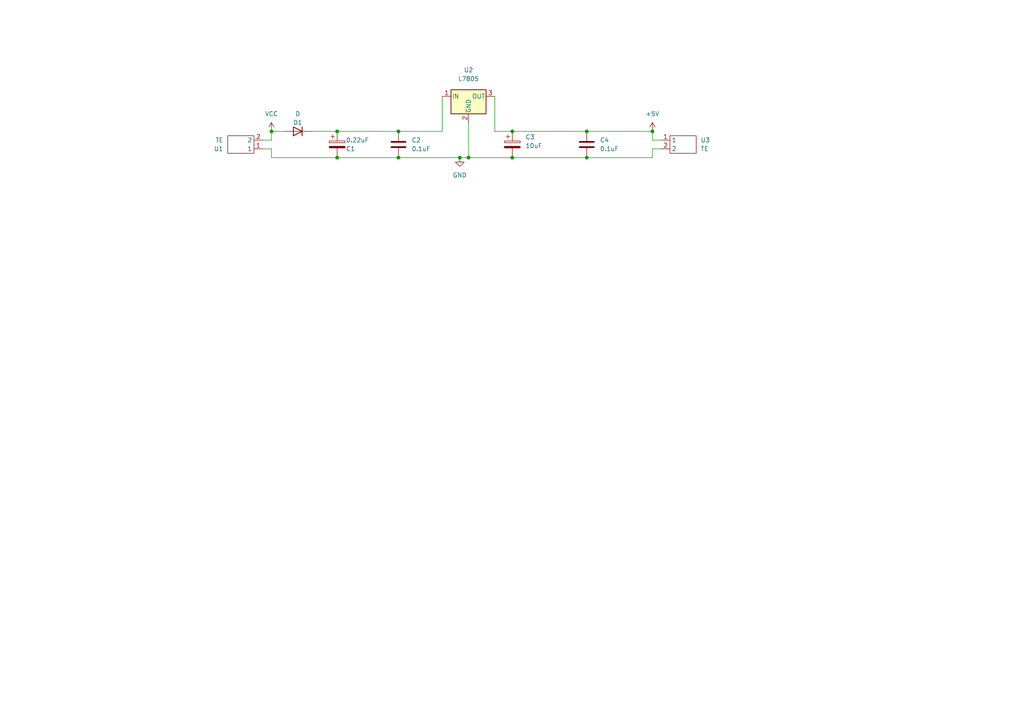
<source format=kicad_sch>
(kicad_sch (version 20211123) (generator eeschema)

  (uuid dc024e49-373c-48f3-aaa5-a01f0e2d52b3)

  (paper "A4")

  (lib_symbols
    (symbol "Device:C" (pin_numbers hide) (pin_names (offset 0.254)) (in_bom yes) (on_board yes)
      (property "Reference" "C" (id 0) (at 0.635 2.54 0)
        (effects (font (size 1.27 1.27)) (justify left))
      )
      (property "Value" "C" (id 1) (at 0.635 -2.54 0)
        (effects (font (size 1.27 1.27)) (justify left))
      )
      (property "Footprint" "" (id 2) (at 0.9652 -3.81 0)
        (effects (font (size 1.27 1.27)) hide)
      )
      (property "Datasheet" "~" (id 3) (at 0 0 0)
        (effects (font (size 1.27 1.27)) hide)
      )
      (property "ki_keywords" "cap capacitor" (id 4) (at 0 0 0)
        (effects (font (size 1.27 1.27)) hide)
      )
      (property "ki_description" "Unpolarized capacitor" (id 5) (at 0 0 0)
        (effects (font (size 1.27 1.27)) hide)
      )
      (property "ki_fp_filters" "C_*" (id 6) (at 0 0 0)
        (effects (font (size 1.27 1.27)) hide)
      )
      (symbol "C_0_1"
        (polyline
          (pts
            (xy -2.032 -0.762)
            (xy 2.032 -0.762)
          )
          (stroke (width 0.508) (type default) (color 0 0 0 0))
          (fill (type none))
        )
        (polyline
          (pts
            (xy -2.032 0.762)
            (xy 2.032 0.762)
          )
          (stroke (width 0.508) (type default) (color 0 0 0 0))
          (fill (type none))
        )
      )
      (symbol "C_1_1"
        (pin passive line (at 0 3.81 270) (length 2.794)
          (name "~" (effects (font (size 1.27 1.27))))
          (number "1" (effects (font (size 1.27 1.27))))
        )
        (pin passive line (at 0 -3.81 90) (length 2.794)
          (name "~" (effects (font (size 1.27 1.27))))
          (number "2" (effects (font (size 1.27 1.27))))
        )
      )
    )
    (symbol "Device:C_Polarized" (pin_numbers hide) (pin_names (offset 0.254)) (in_bom yes) (on_board yes)
      (property "Reference" "C" (id 0) (at 0.635 2.54 0)
        (effects (font (size 1.27 1.27)) (justify left))
      )
      (property "Value" "C_Polarized" (id 1) (at 0.635 -2.54 0)
        (effects (font (size 1.27 1.27)) (justify left))
      )
      (property "Footprint" "" (id 2) (at 0.9652 -3.81 0)
        (effects (font (size 1.27 1.27)) hide)
      )
      (property "Datasheet" "~" (id 3) (at 0 0 0)
        (effects (font (size 1.27 1.27)) hide)
      )
      (property "ki_keywords" "cap capacitor" (id 4) (at 0 0 0)
        (effects (font (size 1.27 1.27)) hide)
      )
      (property "ki_description" "Polarized capacitor" (id 5) (at 0 0 0)
        (effects (font (size 1.27 1.27)) hide)
      )
      (property "ki_fp_filters" "CP_*" (id 6) (at 0 0 0)
        (effects (font (size 1.27 1.27)) hide)
      )
      (symbol "C_Polarized_0_1"
        (rectangle (start -2.286 0.508) (end 2.286 1.016)
          (stroke (width 0) (type default) (color 0 0 0 0))
          (fill (type none))
        )
        (polyline
          (pts
            (xy -1.778 2.286)
            (xy -0.762 2.286)
          )
          (stroke (width 0) (type default) (color 0 0 0 0))
          (fill (type none))
        )
        (polyline
          (pts
            (xy -1.27 2.794)
            (xy -1.27 1.778)
          )
          (stroke (width 0) (type default) (color 0 0 0 0))
          (fill (type none))
        )
        (rectangle (start 2.286 -0.508) (end -2.286 -1.016)
          (stroke (width 0) (type default) (color 0 0 0 0))
          (fill (type outline))
        )
      )
      (symbol "C_Polarized_1_1"
        (pin passive line (at 0 3.81 270) (length 2.794)
          (name "~" (effects (font (size 1.27 1.27))))
          (number "1" (effects (font (size 1.27 1.27))))
        )
        (pin passive line (at 0 -3.81 90) (length 2.794)
          (name "~" (effects (font (size 1.27 1.27))))
          (number "2" (effects (font (size 1.27 1.27))))
        )
      )
    )
    (symbol "Device:D" (pin_numbers hide) (pin_names (offset 1.016) hide) (in_bom yes) (on_board yes)
      (property "Reference" "D" (id 0) (at 0 2.54 0)
        (effects (font (size 1.27 1.27)))
      )
      (property "Value" "D" (id 1) (at 0 -2.54 0)
        (effects (font (size 1.27 1.27)))
      )
      (property "Footprint" "" (id 2) (at 0 0 0)
        (effects (font (size 1.27 1.27)) hide)
      )
      (property "Datasheet" "~" (id 3) (at 0 0 0)
        (effects (font (size 1.27 1.27)) hide)
      )
      (property "ki_keywords" "diode" (id 4) (at 0 0 0)
        (effects (font (size 1.27 1.27)) hide)
      )
      (property "ki_description" "Diode" (id 5) (at 0 0 0)
        (effects (font (size 1.27 1.27)) hide)
      )
      (property "ki_fp_filters" "TO-???* *_Diode_* *SingleDiode* D_*" (id 6) (at 0 0 0)
        (effects (font (size 1.27 1.27)) hide)
      )
      (symbol "D_0_1"
        (polyline
          (pts
            (xy -1.27 1.27)
            (xy -1.27 -1.27)
          )
          (stroke (width 0.254) (type default) (color 0 0 0 0))
          (fill (type none))
        )
        (polyline
          (pts
            (xy 1.27 0)
            (xy -1.27 0)
          )
          (stroke (width 0) (type default) (color 0 0 0 0))
          (fill (type none))
        )
        (polyline
          (pts
            (xy 1.27 1.27)
            (xy 1.27 -1.27)
            (xy -1.27 0)
            (xy 1.27 1.27)
          )
          (stroke (width 0.254) (type default) (color 0 0 0 0))
          (fill (type none))
        )
      )
      (symbol "D_1_1"
        (pin passive line (at -3.81 0 0) (length 2.54)
          (name "K" (effects (font (size 1.27 1.27))))
          (number "1" (effects (font (size 1.27 1.27))))
        )
        (pin passive line (at 3.81 0 180) (length 2.54)
          (name "A" (effects (font (size 1.27 1.27))))
          (number "2" (effects (font (size 1.27 1.27))))
        )
      )
    )
    (symbol "Regulator_Linear:L7805" (pin_names (offset 0.254)) (in_bom yes) (on_board yes)
      (property "Reference" "U" (id 0) (at -3.81 3.175 0)
        (effects (font (size 1.27 1.27)))
      )
      (property "Value" "L7805" (id 1) (at 0 3.175 0)
        (effects (font (size 1.27 1.27)) (justify left))
      )
      (property "Footprint" "" (id 2) (at 0.635 -3.81 0)
        (effects (font (size 1.27 1.27) italic) (justify left) hide)
      )
      (property "Datasheet" "http://www.st.com/content/ccc/resource/technical/document/datasheet/41/4f/b3/b0/12/d4/47/88/CD00000444.pdf/files/CD00000444.pdf/jcr:content/translations/en.CD00000444.pdf" (id 3) (at 0 -1.27 0)
        (effects (font (size 1.27 1.27)) hide)
      )
      (property "ki_keywords" "Voltage Regulator 1.5A Positive" (id 4) (at 0 0 0)
        (effects (font (size 1.27 1.27)) hide)
      )
      (property "ki_description" "Positive 1.5A 35V Linear Regulator, Fixed Output 5V, TO-220/TO-263/TO-252" (id 5) (at 0 0 0)
        (effects (font (size 1.27 1.27)) hide)
      )
      (property "ki_fp_filters" "TO?252* TO?263* TO?220*" (id 6) (at 0 0 0)
        (effects (font (size 1.27 1.27)) hide)
      )
      (symbol "L7805_0_1"
        (rectangle (start -5.08 1.905) (end 5.08 -5.08)
          (stroke (width 0.254) (type default) (color 0 0 0 0))
          (fill (type background))
        )
      )
      (symbol "L7805_1_1"
        (pin power_in line (at -7.62 0 0) (length 2.54)
          (name "IN" (effects (font (size 1.27 1.27))))
          (number "1" (effects (font (size 1.27 1.27))))
        )
        (pin power_in line (at 0 -7.62 90) (length 2.54)
          (name "GND" (effects (font (size 1.27 1.27))))
          (number "2" (effects (font (size 1.27 1.27))))
        )
        (pin power_out line (at 7.62 0 180) (length 2.54)
          (name "OUT" (effects (font (size 1.27 1.27))))
          (number "3" (effects (font (size 1.27 1.27))))
        )
      )
    )
    (symbol "power:+5V" (power) (pin_names (offset 0)) (in_bom yes) (on_board yes)
      (property "Reference" "#PWR" (id 0) (at 0 -3.81 0)
        (effects (font (size 1.27 1.27)) hide)
      )
      (property "Value" "+5V" (id 1) (at 0 3.556 0)
        (effects (font (size 1.27 1.27)))
      )
      (property "Footprint" "" (id 2) (at 0 0 0)
        (effects (font (size 1.27 1.27)) hide)
      )
      (property "Datasheet" "" (id 3) (at 0 0 0)
        (effects (font (size 1.27 1.27)) hide)
      )
      (property "ki_keywords" "global power" (id 4) (at 0 0 0)
        (effects (font (size 1.27 1.27)) hide)
      )
      (property "ki_description" "Power symbol creates a global label with name \"+5V\"" (id 5) (at 0 0 0)
        (effects (font (size 1.27 1.27)) hide)
      )
      (symbol "+5V_0_1"
        (polyline
          (pts
            (xy -0.762 1.27)
            (xy 0 2.54)
          )
          (stroke (width 0) (type default) (color 0 0 0 0))
          (fill (type none))
        )
        (polyline
          (pts
            (xy 0 0)
            (xy 0 2.54)
          )
          (stroke (width 0) (type default) (color 0 0 0 0))
          (fill (type none))
        )
        (polyline
          (pts
            (xy 0 2.54)
            (xy 0.762 1.27)
          )
          (stroke (width 0) (type default) (color 0 0 0 0))
          (fill (type none))
        )
      )
      (symbol "+5V_1_1"
        (pin power_in line (at 0 0 90) (length 0) hide
          (name "+5V" (effects (font (size 1.27 1.27))))
          (number "1" (effects (font (size 1.27 1.27))))
        )
      )
    )
    (symbol "power:GND" (power) (pin_names (offset 0)) (in_bom yes) (on_board yes)
      (property "Reference" "#PWR" (id 0) (at 0 -6.35 0)
        (effects (font (size 1.27 1.27)) hide)
      )
      (property "Value" "GND" (id 1) (at 0 -3.81 0)
        (effects (font (size 1.27 1.27)))
      )
      (property "Footprint" "" (id 2) (at 0 0 0)
        (effects (font (size 1.27 1.27)) hide)
      )
      (property "Datasheet" "" (id 3) (at 0 0 0)
        (effects (font (size 1.27 1.27)) hide)
      )
      (property "ki_keywords" "global power" (id 4) (at 0 0 0)
        (effects (font (size 1.27 1.27)) hide)
      )
      (property "ki_description" "Power symbol creates a global label with name \"GND\" , ground" (id 5) (at 0 0 0)
        (effects (font (size 1.27 1.27)) hide)
      )
      (symbol "GND_0_1"
        (polyline
          (pts
            (xy 0 0)
            (xy 0 -1.27)
            (xy 1.27 -1.27)
            (xy 0 -2.54)
            (xy -1.27 -1.27)
            (xy 0 -1.27)
          )
          (stroke (width 0) (type default) (color 0 0 0 0))
          (fill (type none))
        )
      )
      (symbol "GND_1_1"
        (pin power_in line (at 0 0 270) (length 0) hide
          (name "GND" (effects (font (size 1.27 1.27))))
          (number "1" (effects (font (size 1.27 1.27))))
        )
      )
    )
    (symbol "power:VCC" (power) (pin_names (offset 0)) (in_bom yes) (on_board yes)
      (property "Reference" "#PWR" (id 0) (at 0 -3.81 0)
        (effects (font (size 1.27 1.27)) hide)
      )
      (property "Value" "VCC" (id 1) (at 0 3.81 0)
        (effects (font (size 1.27 1.27)))
      )
      (property "Footprint" "" (id 2) (at 0 0 0)
        (effects (font (size 1.27 1.27)) hide)
      )
      (property "Datasheet" "" (id 3) (at 0 0 0)
        (effects (font (size 1.27 1.27)) hide)
      )
      (property "ki_keywords" "global power" (id 4) (at 0 0 0)
        (effects (font (size 1.27 1.27)) hide)
      )
      (property "ki_description" "Power symbol creates a global label with name \"VCC\"" (id 5) (at 0 0 0)
        (effects (font (size 1.27 1.27)) hide)
      )
      (symbol "VCC_0_1"
        (polyline
          (pts
            (xy -0.762 1.27)
            (xy 0 2.54)
          )
          (stroke (width 0) (type default) (color 0 0 0 0))
          (fill (type none))
        )
        (polyline
          (pts
            (xy 0 0)
            (xy 0 2.54)
          )
          (stroke (width 0) (type default) (color 0 0 0 0))
          (fill (type none))
        )
        (polyline
          (pts
            (xy 0 2.54)
            (xy 0.762 1.27)
          )
          (stroke (width 0) (type default) (color 0 0 0 0))
          (fill (type none))
        )
      )
      (symbol "VCC_1_1"
        (pin power_in line (at 0 0 90) (length 0) hide
          (name "VCC" (effects (font (size 1.27 1.27))))
          (number "1" (effects (font (size 1.27 1.27))))
        )
      )
    )
    (symbol "terminal_Block:TE" (in_bom yes) (on_board yes)
      (property "Reference" "U" (id 0) (at 0 3.81 0)
        (effects (font (size 1.27 1.27)))
      )
      (property "Value" "TE" (id 1) (at 0 -3.81 0)
        (effects (font (size 1.27 1.27)))
      )
      (property "Footprint" "" (id 2) (at 0 3.81 0)
        (effects (font (size 1.27 1.27)) hide)
      )
      (property "Datasheet" "" (id 3) (at 0 3.81 0)
        (effects (font (size 1.27 1.27)) hide)
      )
      (symbol "TE_0_1"
        (rectangle (start -3.81 2.54) (end 3.81 -2.54)
          (stroke (width 0) (type default) (color 0 0 0 0))
          (fill (type none))
        )
      )
      (symbol "TE_1_1"
        (pin bidirectional line (at -6.35 1.27 0) (length 2.54)
          (name "1" (effects (font (size 1.27 1.27))))
          (number "1" (effects (font (size 1.27 1.27))))
        )
        (pin bidirectional line (at -6.35 -1.27 0) (length 2.54)
          (name "2" (effects (font (size 1.27 1.27))))
          (number "2" (effects (font (size 1.27 1.27))))
        )
      )
    )
  )


  (junction (at 148.59 45.72) (diameter 0) (color 0 0 0 0)
    (uuid 037cea64-a0ff-4e8b-80bd-9aec72448a62)
  )
  (junction (at 189.23 38.1) (diameter 0) (color 0 0 0 0)
    (uuid 1e1f408c-7ec7-4d36-95ac-625830a13f95)
  )
  (junction (at 170.18 38.1) (diameter 0) (color 0 0 0 0)
    (uuid 42584528-eda0-4e8a-8fbe-acee6e4f9f86)
  )
  (junction (at 115.57 45.72) (diameter 0) (color 0 0 0 0)
    (uuid 590073bc-125b-4e33-bbee-2bd4e35cb771)
  )
  (junction (at 115.57 38.1) (diameter 0) (color 0 0 0 0)
    (uuid 5fb5d6d5-2074-427d-8476-55bb8df04093)
  )
  (junction (at 148.59 38.1) (diameter 0) (color 0 0 0 0)
    (uuid 685cbc92-84ad-4f5c-9bfd-b20429266f18)
  )
  (junction (at 135.89 45.72) (diameter 0) (color 0 0 0 0)
    (uuid 8be441b8-157f-4f87-9e21-6e3608c16376)
  )
  (junction (at 78.74 38.1) (diameter 0) (color 0 0 0 0)
    (uuid ae9dc8c7-ef4e-4ffd-99d6-5a1c1be28057)
  )
  (junction (at 170.18 45.72) (diameter 0) (color 0 0 0 0)
    (uuid c3743424-7d43-4d65-acf4-90ceeddc86d1)
  )
  (junction (at 97.79 38.1) (diameter 0) (color 0 0 0 0)
    (uuid c3f430a3-db5f-4417-9fa1-db2b57a88547)
  )
  (junction (at 97.79 45.72) (diameter 0) (color 0 0 0 0)
    (uuid cdee18a8-0824-4ead-8f0f-d56f03664211)
  )
  (junction (at 133.35 45.72) (diameter 0) (color 0 0 0 0)
    (uuid f99db758-8031-40d1-91da-ec704368397e)
  )

  (wire (pts (xy 115.57 38.1) (xy 128.27 38.1))
    (stroke (width 0) (type default) (color 0 0 0 0))
    (uuid 04523125-066f-4d03-a35f-0e5a4cdc877f)
  )
  (wire (pts (xy 76.2 40.64) (xy 78.74 40.64))
    (stroke (width 0) (type default) (color 0 0 0 0))
    (uuid 048bb499-9130-44d7-abda-02e417d624e6)
  )
  (wire (pts (xy 97.79 38.1) (xy 90.17 38.1))
    (stroke (width 0) (type default) (color 0 0 0 0))
    (uuid 18ed686b-82cc-4881-a00f-98b8f7d16421)
  )
  (wire (pts (xy 189.23 43.18) (xy 191.77 43.18))
    (stroke (width 0) (type default) (color 0 0 0 0))
    (uuid 2678f3d0-9157-4ceb-bec8-c868416c8fff)
  )
  (wire (pts (xy 78.74 40.64) (xy 78.74 38.1))
    (stroke (width 0) (type default) (color 0 0 0 0))
    (uuid 27cb184d-91b0-4bbe-888d-ba2cab48be2a)
  )
  (wire (pts (xy 135.89 35.56) (xy 135.89 45.72))
    (stroke (width 0) (type default) (color 0 0 0 0))
    (uuid 418a03dc-67f9-4980-bbb9-d3533709e745)
  )
  (wire (pts (xy 148.59 45.72) (xy 170.18 45.72))
    (stroke (width 0) (type default) (color 0 0 0 0))
    (uuid 49ff3d2b-0f9e-4fa9-9442-158cc0fcd84a)
  )
  (wire (pts (xy 76.2 43.18) (xy 78.74 43.18))
    (stroke (width 0) (type default) (color 0 0 0 0))
    (uuid 4ca53bde-33d0-409d-868b-98f24073b44c)
  )
  (wire (pts (xy 189.23 38.1) (xy 189.23 40.64))
    (stroke (width 0) (type default) (color 0 0 0 0))
    (uuid 4ea492af-cfed-47e9-ab4d-a2837179a0e5)
  )
  (wire (pts (xy 78.74 45.72) (xy 97.79 45.72))
    (stroke (width 0) (type default) (color 0 0 0 0))
    (uuid 54214c1b-3a05-4016-a0f0-06107c2c86ff)
  )
  (wire (pts (xy 189.23 40.64) (xy 191.77 40.64))
    (stroke (width 0) (type default) (color 0 0 0 0))
    (uuid 5d96e00d-ab12-4052-ad52-f0bf04cc266a)
  )
  (wire (pts (xy 97.79 38.1) (xy 115.57 38.1))
    (stroke (width 0) (type default) (color 0 0 0 0))
    (uuid 838bd1cc-f492-4817-bd16-adcb4c572045)
  )
  (wire (pts (xy 170.18 38.1) (xy 189.23 38.1))
    (stroke (width 0) (type default) (color 0 0 0 0))
    (uuid 84b0bce9-929e-4abf-8b62-b059d2bde38c)
  )
  (wire (pts (xy 143.51 38.1) (xy 148.59 38.1))
    (stroke (width 0) (type default) (color 0 0 0 0))
    (uuid 8e2f0aa6-33e8-4c0e-844c-a72b1edd6758)
  )
  (wire (pts (xy 78.74 38.1) (xy 82.55 38.1))
    (stroke (width 0) (type default) (color 0 0 0 0))
    (uuid 920101dd-01c5-4f37-8648-eeb9b28bcf55)
  )
  (wire (pts (xy 135.89 45.72) (xy 148.59 45.72))
    (stroke (width 0) (type default) (color 0 0 0 0))
    (uuid 954b8981-6c1f-40f6-8cf9-20353cb8f738)
  )
  (wire (pts (xy 143.51 27.94) (xy 143.51 38.1))
    (stroke (width 0) (type default) (color 0 0 0 0))
    (uuid 99cbec80-169e-4089-868e-cd9b3aa23bba)
  )
  (wire (pts (xy 115.57 45.72) (xy 133.35 45.72))
    (stroke (width 0) (type default) (color 0 0 0 0))
    (uuid a9baa128-f508-46d7-b88a-d520b0592c69)
  )
  (wire (pts (xy 189.23 45.72) (xy 189.23 43.18))
    (stroke (width 0) (type default) (color 0 0 0 0))
    (uuid b54c771a-b331-4f8a-9071-317e7822a36f)
  )
  (wire (pts (xy 148.59 38.1) (xy 170.18 38.1))
    (stroke (width 0) (type default) (color 0 0 0 0))
    (uuid b724efee-8122-400f-9461-4e3cbae72d9b)
  )
  (wire (pts (xy 97.79 45.72) (xy 115.57 45.72))
    (stroke (width 0) (type default) (color 0 0 0 0))
    (uuid b8aeb4be-8d57-494d-ae10-0298c02f2da3)
  )
  (wire (pts (xy 78.74 43.18) (xy 78.74 45.72))
    (stroke (width 0) (type default) (color 0 0 0 0))
    (uuid ba40b357-59fd-498b-8a24-b1ec25d0d068)
  )
  (wire (pts (xy 170.18 45.72) (xy 189.23 45.72))
    (stroke (width 0) (type default) (color 0 0 0 0))
    (uuid ced3db37-9f14-45f0-992d-43dfde6d2e39)
  )
  (wire (pts (xy 133.35 45.72) (xy 135.89 45.72))
    (stroke (width 0) (type default) (color 0 0 0 0))
    (uuid e8ac32d2-7d73-4604-bdb7-24feafefb802)
  )
  (wire (pts (xy 128.27 27.94) (xy 128.27 38.1))
    (stroke (width 0) (type default) (color 0 0 0 0))
    (uuid ecf1f6fe-dcea-4a23-bf42-d122be5fd952)
  )

  (symbol (lib_id "Device:C") (at 170.18 41.91 0) (unit 1)
    (in_bom yes) (on_board yes) (fields_autoplaced)
    (uuid 129b9be8-17d7-4c4e-8bb5-3e5bd1ec8ad6)
    (property "Reference" "C4" (id 0) (at 173.99 40.6399 0)
      (effects (font (size 1.27 1.27)) (justify left))
    )
    (property "Value" "0.1uF" (id 1) (at 173.99 43.1799 0)
      (effects (font (size 1.27 1.27)) (justify left))
    )
    (property "Footprint" "" (id 2) (at 171.1452 45.72 0)
      (effects (font (size 1.27 1.27)) hide)
    )
    (property "Datasheet" "~" (id 3) (at 170.18 41.91 0)
      (effects (font (size 1.27 1.27)) hide)
    )
    (pin "1" (uuid 13fa3dd2-0ac0-4e66-92e1-75e3c278e432))
    (pin "2" (uuid 40654926-7d2f-4f7e-af9d-98f2b65e97a2))
  )

  (symbol (lib_id "power:VCC") (at 78.74 38.1 0) (unit 1)
    (in_bom yes) (on_board yes) (fields_autoplaced)
    (uuid 15958caf-1a1f-4c83-9f7d-4c33829efaf9)
    (property "Reference" "#PWR01" (id 0) (at 78.74 41.91 0)
      (effects (font (size 1.27 1.27)) hide)
    )
    (property "Value" "VCC" (id 1) (at 78.74 33.02 0))
    (property "Footprint" "" (id 2) (at 78.74 38.1 0)
      (effects (font (size 1.27 1.27)) hide)
    )
    (property "Datasheet" "" (id 3) (at 78.74 38.1 0)
      (effects (font (size 1.27 1.27)) hide)
    )
    (pin "1" (uuid 1fcc0f2a-d832-4ff0-9623-c0b16ea1960f))
  )

  (symbol (lib_id "power:GND") (at 133.35 45.72 0) (unit 1)
    (in_bom yes) (on_board yes) (fields_autoplaced)
    (uuid 2e36397e-45ee-440c-9b0f-74435d5ec276)
    (property "Reference" "#PWR02" (id 0) (at 133.35 52.07 0)
      (effects (font (size 1.27 1.27)) hide)
    )
    (property "Value" "GND" (id 1) (at 133.35 50.8 0))
    (property "Footprint" "" (id 2) (at 133.35 45.72 0)
      (effects (font (size 1.27 1.27)) hide)
    )
    (property "Datasheet" "" (id 3) (at 133.35 45.72 0)
      (effects (font (size 1.27 1.27)) hide)
    )
    (pin "1" (uuid 936abda2-17db-49da-859d-b28dad52507c))
  )

  (symbol (lib_id "power:+5V") (at 189.23 38.1 0) (unit 1)
    (in_bom yes) (on_board yes) (fields_autoplaced)
    (uuid 589c6cec-cbde-4b55-aa6e-06cb9a01cfed)
    (property "Reference" "#PWR03" (id 0) (at 189.23 41.91 0)
      (effects (font (size 1.27 1.27)) hide)
    )
    (property "Value" "+5V" (id 1) (at 189.23 33.02 0))
    (property "Footprint" "" (id 2) (at 189.23 38.1 0)
      (effects (font (size 1.27 1.27)) hide)
    )
    (property "Datasheet" "" (id 3) (at 189.23 38.1 0)
      (effects (font (size 1.27 1.27)) hide)
    )
    (pin "1" (uuid d93f795e-11cc-47e3-a01a-f7107d1ddd5b))
  )

  (symbol (lib_id "terminal_Block:TE") (at 198.12 41.91 0) (unit 1)
    (in_bom yes) (on_board yes) (fields_autoplaced)
    (uuid 72750a86-bd5d-4723-b940-ceeff442205a)
    (property "Reference" "U3" (id 0) (at 203.2 40.6399 0)
      (effects (font (size 1.27 1.27)) (justify left))
    )
    (property "Value" "TE" (id 1) (at 203.2 43.1799 0)
      (effects (font (size 1.27 1.27)) (justify left))
    )
    (property "Footprint" "" (id 2) (at 198.12 38.1 0)
      (effects (font (size 1.27 1.27)) hide)
    )
    (property "Datasheet" "" (id 3) (at 198.12 38.1 0)
      (effects (font (size 1.27 1.27)) hide)
    )
    (pin "1" (uuid 61a0b24c-5186-46c8-89cf-81867712116e))
    (pin "2" (uuid 14189334-b137-4176-a03b-46e9d4964121))
  )

  (symbol (lib_id "Regulator_Linear:L7805") (at 135.89 27.94 0) (unit 1)
    (in_bom yes) (on_board yes) (fields_autoplaced)
    (uuid 7793170b-bb5c-43b7-8bb3-5992b4f17559)
    (property "Reference" "U2" (id 0) (at 135.89 20.32 0))
    (property "Value" "L7805" (id 1) (at 135.89 22.86 0))
    (property "Footprint" "" (id 2) (at 136.525 31.75 0)
      (effects (font (size 1.27 1.27) italic) (justify left) hide)
    )
    (property "Datasheet" "http://www.st.com/content/ccc/resource/technical/document/datasheet/41/4f/b3/b0/12/d4/47/88/CD00000444.pdf/files/CD00000444.pdf/jcr:content/translations/en.CD00000444.pdf" (id 3) (at 135.89 29.21 0)
      (effects (font (size 1.27 1.27)) hide)
    )
    (pin "1" (uuid 3da8679d-64f6-4196-aeb7-eeaa8b79e787))
    (pin "2" (uuid dde6ed8c-d9f5-45b6-bcf5-93e4f11d0f79))
    (pin "3" (uuid 88a69129-940e-41c9-a2b2-9dc42da23e0c))
  )

  (symbol (lib_id "terminal_Block:TE") (at 69.85 41.91 180) (unit 1)
    (in_bom yes) (on_board yes) (fields_autoplaced)
    (uuid 7c1571f6-f823-48cc-a385-f97dd7e360c1)
    (property "Reference" "U1" (id 0) (at 64.77 43.1801 0)
      (effects (font (size 1.27 1.27)) (justify left))
    )
    (property "Value" "TE" (id 1) (at 64.77 40.6401 0)
      (effects (font (size 1.27 1.27)) (justify left))
    )
    (property "Footprint" "" (id 2) (at 69.85 45.72 0)
      (effects (font (size 1.27 1.27)) hide)
    )
    (property "Datasheet" "" (id 3) (at 69.85 45.72 0)
      (effects (font (size 1.27 1.27)) hide)
    )
    (pin "1" (uuid 215aeb1a-e991-48ed-89a5-1adef9060389))
    (pin "2" (uuid 0e4804c5-e881-4e01-b4e5-5a9ef8f03952))
  )

  (symbol (lib_id "Device:D") (at 86.36 38.1 180) (unit 1)
    (in_bom yes) (on_board yes)
    (uuid ab164654-d7bf-4d7b-bcd2-8b9fd99b333d)
    (property "Reference" "D1" (id 0) (at 86.36 35.56 0))
    (property "Value" "D" (id 1) (at 86.36 33.02 0))
    (property "Footprint" "" (id 2) (at 86.36 38.1 0)
      (effects (font (size 1.27 1.27)) hide)
    )
    (property "Datasheet" "~" (id 3) (at 86.36 38.1 0)
      (effects (font (size 1.27 1.27)) hide)
    )
    (pin "1" (uuid c58c41e8-beca-4ac3-8f65-c9c0536bc5b8))
    (pin "2" (uuid 1ace5f27-d6e5-4974-bea2-f3564b0d080a))
  )

  (symbol (lib_id "Device:C_Polarized") (at 97.79 41.91 0) (unit 1)
    (in_bom yes) (on_board yes)
    (uuid b9879610-ec19-4953-a423-a258e59d0954)
    (property "Reference" "C1" (id 0) (at 100.33 43.18 0)
      (effects (font (size 1.27 1.27)) (justify left))
    )
    (property "Value" "0.22uF" (id 1) (at 100.33 40.64 0)
      (effects (font (size 1.27 1.27)) (justify left))
    )
    (property "Footprint" "" (id 2) (at 98.7552 45.72 0)
      (effects (font (size 1.27 1.27)) hide)
    )
    (property "Datasheet" "~" (id 3) (at 97.79 41.91 0)
      (effects (font (size 1.27 1.27)) hide)
    )
    (pin "1" (uuid 7676a4a2-14c2-45c9-a516-d839d045d206))
    (pin "2" (uuid 0d29f71c-1bd0-44de-bebf-999074cc01ae))
  )

  (symbol (lib_id "Device:C_Polarized") (at 148.59 41.91 0) (unit 1)
    (in_bom yes) (on_board yes) (fields_autoplaced)
    (uuid e09a08e4-49d0-4eb1-ba44-dfe996db1dd8)
    (property "Reference" "C3" (id 0) (at 152.4 39.7509 0)
      (effects (font (size 1.27 1.27)) (justify left))
    )
    (property "Value" "10uF" (id 1) (at 152.4 42.2909 0)
      (effects (font (size 1.27 1.27)) (justify left))
    )
    (property "Footprint" "" (id 2) (at 149.5552 45.72 0)
      (effects (font (size 1.27 1.27)) hide)
    )
    (property "Datasheet" "~" (id 3) (at 148.59 41.91 0)
      (effects (font (size 1.27 1.27)) hide)
    )
    (pin "1" (uuid 980b9379-8227-494f-be65-72abaa0096fd))
    (pin "2" (uuid 4cfe2cd0-b3a0-4930-95fa-1e3ea3e93e56))
  )

  (symbol (lib_id "Device:C") (at 115.57 41.91 0) (unit 1)
    (in_bom yes) (on_board yes) (fields_autoplaced)
    (uuid f9325257-8d4e-4b9b-a6a6-44675a56560a)
    (property "Reference" "C2" (id 0) (at 119.38 40.6399 0)
      (effects (font (size 1.27 1.27)) (justify left))
    )
    (property "Value" "0.1uF" (id 1) (at 119.38 43.1799 0)
      (effects (font (size 1.27 1.27)) (justify left))
    )
    (property "Footprint" "" (id 2) (at 116.5352 45.72 0)
      (effects (font (size 1.27 1.27)) hide)
    )
    (property "Datasheet" "~" (id 3) (at 115.57 41.91 0)
      (effects (font (size 1.27 1.27)) hide)
    )
    (pin "1" (uuid d6873a17-bd07-4db3-8273-e614ad8c615c))
    (pin "2" (uuid 38ebe169-e171-4ff7-80d6-b0a6ac784813))
  )

  (sheet_instances
    (path "/" (page "1"))
  )

  (symbol_instances
    (path "/15958caf-1a1f-4c83-9f7d-4c33829efaf9"
      (reference "#PWR01") (unit 1) (value "VCC") (footprint "")
    )
    (path "/2e36397e-45ee-440c-9b0f-74435d5ec276"
      (reference "#PWR02") (unit 1) (value "GND") (footprint "")
    )
    (path "/589c6cec-cbde-4b55-aa6e-06cb9a01cfed"
      (reference "#PWR03") (unit 1) (value "+5V") (footprint "")
    )
    (path "/b9879610-ec19-4953-a423-a258e59d0954"
      (reference "C1") (unit 1) (value "0.22uF") (footprint "")
    )
    (path "/f9325257-8d4e-4b9b-a6a6-44675a56560a"
      (reference "C2") (unit 1) (value "0.1uF") (footprint "")
    )
    (path "/e09a08e4-49d0-4eb1-ba44-dfe996db1dd8"
      (reference "C3") (unit 1) (value "10uF") (footprint "")
    )
    (path "/129b9be8-17d7-4c4e-8bb5-3e5bd1ec8ad6"
      (reference "C4") (unit 1) (value "0.1uF") (footprint "")
    )
    (path "/ab164654-d7bf-4d7b-bcd2-8b9fd99b333d"
      (reference "D1") (unit 1) (value "D") (footprint "")
    )
    (path "/7c1571f6-f823-48cc-a385-f97dd7e360c1"
      (reference "U1") (unit 1) (value "TE") (footprint "")
    )
    (path "/7793170b-bb5c-43b7-8bb3-5992b4f17559"
      (reference "U2") (unit 1) (value "L7805") (footprint "")
    )
    (path "/72750a86-bd5d-4723-b940-ceeff442205a"
      (reference "U3") (unit 1) (value "TE") (footprint "")
    )
  )
)

</source>
